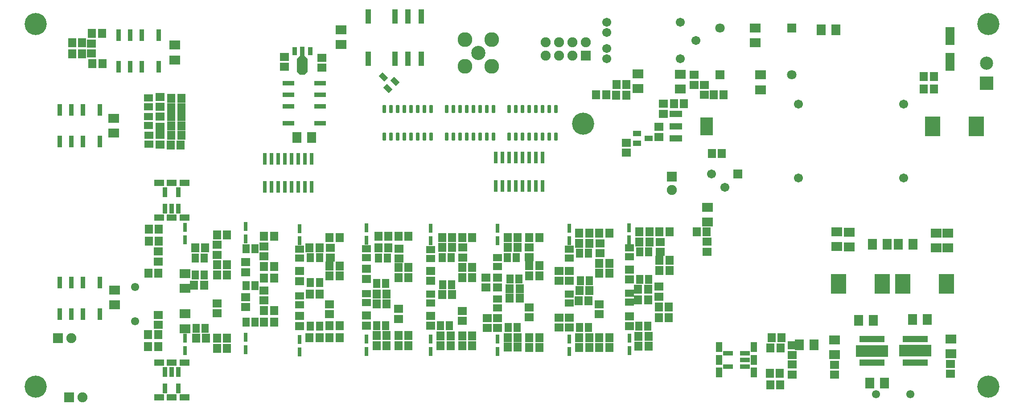
<source format=gts>
G04*
G04 #@! TF.GenerationSoftware,Altium Limited,Altium Designer,19.1.8 (144)*
G04*
G04 Layer_Color=8388736*
%FSLAX25Y25*%
%MOIN*%
G70*
G01*
G75*
%ADD17R,0.07887X0.07099*%
%ADD18R,0.04343X0.10642*%
G04:AMPARAMS|DCode=19|XSize=82.8mil|YSize=137.92mil|CornerRadius=0mil|HoleSize=0mil|Usage=FLASHONLY|Rotation=180.000|XOffset=0mil|YOffset=0mil|HoleType=Round|Shape=Octagon|*
%AMOCTAGOND19*
4,1,8,0.02070,-0.06896,-0.02070,-0.06896,-0.04140,-0.04826,-0.04140,0.04826,-0.02070,0.06896,0.02070,0.06896,0.04140,0.04826,0.04140,-0.04826,0.02070,-0.06896,0.0*
%
%ADD19OCTAGOND19*%

%ADD20R,0.03556X0.07887*%
%ADD21R,0.03556X0.06115*%
%ADD22R,0.07296X0.04737*%
%ADD23R,0.03792X0.07296*%
%ADD24R,0.05524X0.06509*%
%ADD25R,0.04737X0.07296*%
%ADD26R,0.07296X0.03792*%
%ADD27R,0.07099X0.13202*%
%ADD28R,0.02965X0.06509*%
%ADD29R,0.24422X0.08674*%
%ADD30R,0.18910X0.04737*%
%ADD31R,0.07099X0.07887*%
%ADD32R,0.11430X0.14973*%
%ADD33R,0.05918X0.06706*%
G04:AMPARAMS|DCode=34|XSize=29.65mil|YSize=57.21mil|CornerRadius=5.95mil|HoleSize=0mil|Usage=FLASHONLY|Rotation=180.000|XOffset=0mil|YOffset=0mil|HoleType=Round|Shape=RoundedRectangle|*
%AMROUNDEDRECTD34*
21,1,0.02965,0.04532,0,0,180.0*
21,1,0.01776,0.05721,0,0,180.0*
1,1,0.01190,-0.00888,0.02266*
1,1,0.01190,0.00888,0.02266*
1,1,0.01190,0.00888,-0.02266*
1,1,0.01190,-0.00888,-0.02266*
%
%ADD34ROUNDEDRECTD34*%
%ADD35R,0.03162X0.08674*%
%ADD36R,0.09265X0.04540*%
%ADD37R,0.09265X0.13595*%
G04:AMPARAMS|DCode=38|XSize=41.47mil|YSize=59.18mil|CornerRadius=0mil|HoleSize=0mil|Usage=FLASHONLY|Rotation=45.000|XOffset=0mil|YOffset=0mil|HoleType=Round|Shape=Rectangle|*
%AMROTATEDRECTD38*
4,1,4,0.00626,-0.03558,-0.03558,0.00626,-0.00626,0.03558,0.03558,-0.00626,0.00626,-0.03558,0.0*
%
%ADD38ROTATEDRECTD38*%

%ADD39R,0.05918X0.04147*%
%ADD40R,0.03556X0.08674*%
%ADD41R,0.08674X0.03556*%
%ADD42R,0.06706X0.05918*%
%ADD43R,0.06509X0.05524*%
%ADD44C,0.07493*%
%ADD45R,0.07493X0.07493*%
%ADD46C,0.06115*%
%ADD47R,0.09855X0.09855*%
%ADD48C,0.09855*%
%ADD49R,0.07493X0.07493*%
%ADD50R,0.06706X0.06706*%
%ADD51C,0.06706*%
%ADD52C,0.07099*%
%ADD53R,0.07099X0.07099*%
%ADD54C,0.10642*%
%ADD55C,0.11036*%
%ADD56C,0.16548*%
D17*
X123750Y-232987D02*
D03*
Y-244010D02*
D03*
Y-202766D02*
D03*
Y-213790D02*
D03*
X514140Y-164166D02*
D03*
Y-153143D02*
D03*
X70247Y-86565D02*
D03*
Y-97588D02*
D03*
X696324Y-262762D02*
D03*
Y-251738D02*
D03*
X462408Y-64273D02*
D03*
Y-53250D02*
D03*
X549957Y-18728D02*
D03*
Y-29752D02*
D03*
X609363Y-252489D02*
D03*
Y-263512D02*
D03*
X70937Y-226046D02*
D03*
Y-215023D02*
D03*
X693926Y-172554D02*
D03*
Y-183578D02*
D03*
X554095Y-53978D02*
D03*
Y-65002D02*
D03*
X611099Y-171442D02*
D03*
Y-182466D02*
D03*
X493907Y-53454D02*
D03*
Y-64478D02*
D03*
X115830Y-42675D02*
D03*
Y-31651D02*
D03*
X685463Y-172491D02*
D03*
Y-183514D02*
D03*
X620208Y-171684D02*
D03*
Y-182708D02*
D03*
X240252Y-20012D02*
D03*
Y-31036D02*
D03*
D18*
X260765Y-41787D02*
D03*
X280765D02*
D03*
X290253D02*
D03*
X300253D02*
D03*
Y-10291D02*
D03*
X290253D02*
D03*
X280765D02*
D03*
X260765D02*
D03*
D19*
X211405Y-46925D02*
D03*
D20*
X211405Y-36886D02*
D03*
D21*
X217311Y-36000D02*
D03*
X205500D02*
D03*
D22*
X104301Y-160929D02*
D03*
X113750D02*
D03*
X123199D02*
D03*
Y-134945D02*
D03*
X113750D02*
D03*
X104301D02*
D03*
X123199Y-269631D02*
D03*
X113750D02*
D03*
X104301D02*
D03*
Y-295615D02*
D03*
X113750D02*
D03*
X123199D02*
D03*
D23*
X113750Y-154197D02*
D03*
X108750D02*
D03*
Y-141677D02*
D03*
X118750D02*
D03*
Y-154197D02*
D03*
X113750Y-276363D02*
D03*
X118750D02*
D03*
Y-288883D02*
D03*
X108750D02*
D03*
Y-276363D02*
D03*
D24*
X470276Y-186662D02*
D03*
X463584D02*
D03*
X364719Y-190670D02*
D03*
X371411D02*
D03*
X316000Y-190689D02*
D03*
X322693D02*
D03*
X217451Y-190831D02*
D03*
X224144D02*
D03*
X131358Y-203750D02*
D03*
X138051D02*
D03*
X131432Y-191050D02*
D03*
X138125D02*
D03*
X463584Y-207287D02*
D03*
X470276D02*
D03*
X462959Y-242287D02*
D03*
X469652D02*
D03*
X366492Y-206760D02*
D03*
X373185D02*
D03*
X316364Y-211009D02*
D03*
X323057D02*
D03*
X365242Y-243330D02*
D03*
X371935D02*
D03*
X314591Y-241939D02*
D03*
X321284D02*
D03*
X217451Y-209581D02*
D03*
X224144D02*
D03*
X217451Y-242081D02*
D03*
X224144D02*
D03*
X132057Y-243750D02*
D03*
X138750D02*
D03*
X418576Y-187565D02*
D03*
X425269D02*
D03*
X268151Y-191264D02*
D03*
X274844D02*
D03*
X419201Y-208190D02*
D03*
X425894D02*
D03*
X418576Y-243190D02*
D03*
X425269D02*
D03*
X266821Y-210258D02*
D03*
X273514D02*
D03*
X266821Y-241711D02*
D03*
X273514D02*
D03*
X169194Y-184239D02*
D03*
X175887D02*
D03*
X169194Y-211739D02*
D03*
X175887D02*
D03*
X169194Y-239239D02*
D03*
X175887D02*
D03*
D25*
X548923Y-276830D02*
D03*
Y-267381D02*
D03*
Y-257932D02*
D03*
X522939D02*
D03*
Y-267381D02*
D03*
Y-276830D02*
D03*
D26*
X542191Y-267381D02*
D03*
Y-272381D02*
D03*
X529671D02*
D03*
Y-262381D02*
D03*
X542191D02*
D03*
D27*
X695752Y-44162D02*
D03*
Y-24870D02*
D03*
D28*
X410894Y-178142D02*
D03*
Y-168891D02*
D03*
X123750Y-260551D02*
D03*
Y-251299D02*
D03*
Y-168200D02*
D03*
Y-177452D02*
D03*
X455902Y-260338D02*
D03*
Y-251086D02*
D03*
X455500Y-168374D02*
D03*
Y-177626D02*
D03*
X410894Y-261241D02*
D03*
Y-251989D02*
D03*
X357298Y-261221D02*
D03*
Y-251969D02*
D03*
Y-168870D02*
D03*
Y-178122D02*
D03*
X307170Y-261241D02*
D03*
Y-251989D02*
D03*
Y-168890D02*
D03*
Y-178142D02*
D03*
X259401Y-261013D02*
D03*
Y-251761D02*
D03*
Y-168662D02*
D03*
Y-177914D02*
D03*
X209144Y-261382D02*
D03*
Y-252130D02*
D03*
Y-169032D02*
D03*
Y-178284D02*
D03*
X169012Y-259790D02*
D03*
Y-250539D02*
D03*
Y-167440D02*
D03*
Y-176692D02*
D03*
D29*
X637211Y-260798D02*
D03*
X669592Y-260641D02*
D03*
D30*
X637211Y-269657D02*
D03*
Y-251940D02*
D03*
X669592Y-251783D02*
D03*
Y-269500D02*
D03*
D31*
X635660Y-284980D02*
D03*
X646683D02*
D03*
X627189Y-237681D02*
D03*
X638213D02*
D03*
X594002Y-256235D02*
D03*
X582978D02*
D03*
X637551Y-180753D02*
D03*
X648574D02*
D03*
X667685Y-237187D02*
D03*
X678709D02*
D03*
X599184Y-20264D02*
D03*
X610207D02*
D03*
X207167Y-100815D02*
D03*
X218191D02*
D03*
X668074Y-180699D02*
D03*
X657050D02*
D03*
D32*
X612450Y-210613D02*
D03*
X645127D02*
D03*
X682616Y-92444D02*
D03*
X715293D02*
D03*
X693104Y-210594D02*
D03*
X660427D02*
D03*
D33*
X496740Y-75500D02*
D03*
X489260D02*
D03*
X147520Y-196250D02*
D03*
X155000D02*
D03*
X266971Y-225500D02*
D03*
X274452D02*
D03*
X513740Y-171500D02*
D03*
X506260D02*
D03*
X46712Y-38072D02*
D03*
X39232D02*
D03*
X46672Y-29978D02*
D03*
X39191D02*
D03*
X147520Y-173750D02*
D03*
X155000D02*
D03*
X268170Y-183587D02*
D03*
X275651D02*
D03*
X266971Y-218000D02*
D03*
X274452D02*
D03*
X266920Y-249211D02*
D03*
X274401D02*
D03*
X283171Y-174836D02*
D03*
X290651D02*
D03*
X182782Y-174864D02*
D03*
X190262D02*
D03*
X526469Y-68987D02*
D03*
X518989D02*
D03*
X524974Y-112890D02*
D03*
X517494D02*
D03*
X433414Y-172565D02*
D03*
X440894D02*
D03*
X463421Y-171662D02*
D03*
X470902D02*
D03*
X462796Y-257287D02*
D03*
X470276D02*
D03*
X462471Y-222500D02*
D03*
X469952D02*
D03*
X462796Y-249787D02*
D03*
X470276D02*
D03*
X477974Y-227975D02*
D03*
X485454D02*
D03*
X478421Y-192912D02*
D03*
X485902D02*
D03*
X418414Y-250690D02*
D03*
X425894D02*
D03*
X433414D02*
D03*
X440894D02*
D03*
X433414Y-258190D02*
D03*
X440894D02*
D03*
X433414Y-195065D02*
D03*
X440894D02*
D03*
X364818Y-257966D02*
D03*
X372298D02*
D03*
X366471Y-221000D02*
D03*
X373952D02*
D03*
X364818Y-250830D02*
D03*
X372298D02*
D03*
X314689Y-256939D02*
D03*
X322170D02*
D03*
X315920Y-218509D02*
D03*
X323400D02*
D03*
X330939Y-256939D02*
D03*
X338420D02*
D03*
X330939Y-198189D02*
D03*
X338420D02*
D03*
X283171Y-256711D02*
D03*
X290651D02*
D03*
X283171Y-198223D02*
D03*
X290651D02*
D03*
X216663Y-250831D02*
D03*
X224144D02*
D03*
X216971Y-218000D02*
D03*
X224452D02*
D03*
X182782Y-230489D02*
D03*
X190262D02*
D03*
X182782Y-197364D02*
D03*
X190262D02*
D03*
X112971Y-106500D02*
D03*
X120452D02*
D03*
X113471Y-78500D02*
D03*
X120952D02*
D03*
X113471Y-71500D02*
D03*
X120952D02*
D03*
X104029Y-169500D02*
D03*
X96548D02*
D03*
X103529Y-257500D02*
D03*
X96048D02*
D03*
X131895Y-251250D02*
D03*
X139375D02*
D03*
X683529Y-55000D02*
D03*
X676048D02*
D03*
X683529Y-64500D02*
D03*
X676048D02*
D03*
X438491Y-68901D02*
D03*
X431010D02*
D03*
X478421Y-171662D02*
D03*
X485902D02*
D03*
X463421Y-179162D02*
D03*
X470902D02*
D03*
X418414Y-180065D02*
D03*
X425894D02*
D03*
X462471Y-214500D02*
D03*
X469952D02*
D03*
X478421Y-200412D02*
D03*
X485902D02*
D03*
X418520Y-215500D02*
D03*
X426000D02*
D03*
X433414Y-202565D02*
D03*
X440894D02*
D03*
X477885Y-235830D02*
D03*
X485365D02*
D03*
X364818Y-175670D02*
D03*
X372298D02*
D03*
X364818Y-183170D02*
D03*
X372298D02*
D03*
X315939Y-175689D02*
D03*
X323420D02*
D03*
X315939Y-183189D02*
D03*
X323420D02*
D03*
X366471Y-214000D02*
D03*
X373952D02*
D03*
X330939Y-205689D02*
D03*
X338420D02*
D03*
X283171Y-205723D02*
D03*
X290651D02*
D03*
X314689Y-249439D02*
D03*
X322170D02*
D03*
X330939D02*
D03*
X338420D02*
D03*
X283171Y-249211D02*
D03*
X290651D02*
D03*
X216663Y-183331D02*
D03*
X224144D02*
D03*
X182782Y-206114D02*
D03*
X190262D02*
D03*
X182782Y-239239D02*
D03*
X190262D02*
D03*
X113471Y-92000D02*
D03*
X120952D02*
D03*
X113471Y-99000D02*
D03*
X120952D02*
D03*
X113471Y-85000D02*
D03*
X120952D02*
D03*
X104029Y-178500D02*
D03*
X96548D02*
D03*
X131270Y-183550D02*
D03*
X138750D02*
D03*
X103731Y-202500D02*
D03*
X96250D02*
D03*
X130471Y-211500D02*
D03*
X137952D02*
D03*
X103529Y-248500D02*
D03*
X96048D02*
D03*
X268170Y-174836D02*
D03*
X275651D02*
D03*
X568678Y-286021D02*
D03*
X561198D02*
D03*
X569679Y-250878D02*
D03*
X562199D02*
D03*
X561471Y-258500D02*
D03*
X568952D02*
D03*
X446048Y-69063D02*
D03*
X453528D02*
D03*
X418414Y-172565D02*
D03*
X425894D02*
D03*
X418414Y-258190D02*
D03*
X425894D02*
D03*
X417971Y-223000D02*
D03*
X425452D02*
D03*
X381068Y-250830D02*
D03*
X388548D02*
D03*
X381068Y-258330D02*
D03*
X388548D02*
D03*
X381068Y-196920D02*
D03*
X388548D02*
D03*
X266920Y-256711D02*
D03*
X274401D02*
D03*
X231663Y-250831D02*
D03*
X239144D02*
D03*
X231663Y-197081D02*
D03*
X239144D02*
D03*
X147520Y-258750D02*
D03*
X155000D02*
D03*
X147520Y-251250D02*
D03*
X155000D02*
D03*
X61865Y-45529D02*
D03*
X54385D02*
D03*
X54042Y-22920D02*
D03*
X61523D02*
D03*
X560971Y-277500D02*
D03*
X568452D02*
D03*
X453686Y-61154D02*
D03*
X446206D02*
D03*
X381068Y-175670D02*
D03*
X388548D02*
D03*
X381068Y-204420D02*
D03*
X388548D02*
D03*
X330940Y-175689D02*
D03*
X338420D02*
D03*
X231663Y-175831D02*
D03*
X239144D02*
D03*
X231663Y-204581D02*
D03*
X239144D02*
D03*
X231663Y-241717D02*
D03*
X239144D02*
D03*
X147520Y-203750D02*
D03*
X155000D02*
D03*
D34*
X365815Y-100071D02*
D03*
X370815D02*
D03*
X375815D02*
D03*
X380815D02*
D03*
X385815D02*
D03*
X390815D02*
D03*
X395815D02*
D03*
X400815D02*
D03*
X365815Y-79402D02*
D03*
X370815D02*
D03*
X375815D02*
D03*
X380815D02*
D03*
X385815D02*
D03*
X390815D02*
D03*
X395815D02*
D03*
X400815D02*
D03*
X307788D02*
D03*
X302788D02*
D03*
X297788D02*
D03*
X292788D02*
D03*
X287788D02*
D03*
X282788D02*
D03*
X277788D02*
D03*
X272788D02*
D03*
X307788Y-100071D02*
D03*
X302788D02*
D03*
X297788D02*
D03*
X292788D02*
D03*
X287788D02*
D03*
X282788D02*
D03*
X277788D02*
D03*
X272788D02*
D03*
X354263Y-79402D02*
D03*
X349263D02*
D03*
X344263D02*
D03*
X339263D02*
D03*
X334263D02*
D03*
X329263D02*
D03*
X324263D02*
D03*
X319263D02*
D03*
X354263Y-100071D02*
D03*
X349263D02*
D03*
X344263D02*
D03*
X339263D02*
D03*
X334263D02*
D03*
X329263D02*
D03*
X324263D02*
D03*
X319263D02*
D03*
D35*
X391103Y-115781D02*
D03*
X386103D02*
D03*
X381103D02*
D03*
X376103D02*
D03*
X371103D02*
D03*
X366103D02*
D03*
X361103D02*
D03*
X356103D02*
D03*
Y-137041D02*
D03*
X361103D02*
D03*
X366103D02*
D03*
X371103D02*
D03*
X376103D02*
D03*
X381103D02*
D03*
X386103D02*
D03*
X391103D02*
D03*
X218289Y-137994D02*
D03*
X213289D02*
D03*
X208289D02*
D03*
X203289D02*
D03*
X198289D02*
D03*
X193289D02*
D03*
X188289D02*
D03*
X183289D02*
D03*
Y-116734D02*
D03*
X188289D02*
D03*
X193289D02*
D03*
X198289D02*
D03*
X203289D02*
D03*
X208289D02*
D03*
X213289D02*
D03*
X218289D02*
D03*
D36*
X490645Y-83319D02*
D03*
Y-92374D02*
D03*
Y-101429D02*
D03*
D37*
X513480Y-92374D02*
D03*
D38*
X275418Y-64207D02*
D03*
X280707Y-58918D02*
D03*
X271938Y-55438D02*
D03*
D39*
X470331Y-101500D02*
D03*
X461669Y-105240D02*
D03*
X461669Y-97760D02*
D03*
D40*
X60027Y-103836D02*
D03*
X47428D02*
D03*
X38767D02*
D03*
X30106D02*
D03*
Y-80214D02*
D03*
X38767D02*
D03*
X47428D02*
D03*
X60027D02*
D03*
X60008Y-233277D02*
D03*
X47409D02*
D03*
X38748D02*
D03*
X30087D02*
D03*
Y-209655D02*
D03*
X38748D02*
D03*
X47409D02*
D03*
X60008D02*
D03*
X103837Y-47750D02*
D03*
X91239D02*
D03*
X82578D02*
D03*
X73916D02*
D03*
Y-24128D02*
D03*
X82578D02*
D03*
X91239D02*
D03*
X103837D02*
D03*
D41*
X200960Y-90055D02*
D03*
Y-77456D02*
D03*
Y-68795D02*
D03*
Y-60133D02*
D03*
X224582D02*
D03*
Y-68795D02*
D03*
Y-77456D02*
D03*
Y-90055D02*
D03*
D42*
X105000Y-70471D02*
D03*
Y-77952D02*
D03*
X433394Y-233170D02*
D03*
Y-225690D02*
D03*
X410894Y-200709D02*
D03*
Y-208190D02*
D03*
X381048Y-235650D02*
D03*
Y-228170D02*
D03*
X283606Y-191590D02*
D03*
Y-184110D02*
D03*
X357298Y-236053D02*
D03*
Y-243533D02*
D03*
X198000Y-40471D02*
D03*
Y-47952D02*
D03*
X226000Y-48529D02*
D03*
Y-41048D02*
D03*
X169012Y-220509D02*
D03*
Y-227989D02*
D03*
Y-194259D02*
D03*
Y-201739D02*
D03*
X104990Y-98760D02*
D03*
Y-106240D02*
D03*
X103750Y-193730D02*
D03*
Y-186250D02*
D03*
X695925Y-270467D02*
D03*
Y-277947D02*
D03*
X609435Y-271147D02*
D03*
Y-278628D02*
D03*
X433849Y-187545D02*
D03*
Y-180065D02*
D03*
X403394Y-200709D02*
D03*
Y-208190D02*
D03*
Y-235710D02*
D03*
Y-243190D02*
D03*
X410894Y-235710D02*
D03*
Y-243190D02*
D03*
X348548Y-205689D02*
D03*
Y-213170D02*
D03*
X357298Y-205689D02*
D03*
Y-213170D02*
D03*
X283151Y-236692D02*
D03*
Y-229211D02*
D03*
X349798Y-236053D02*
D03*
Y-243533D02*
D03*
X182762Y-189845D02*
D03*
Y-182364D02*
D03*
X259401Y-199231D02*
D03*
Y-206711D02*
D03*
Y-234231D02*
D03*
Y-241711D02*
D03*
X105000Y-85260D02*
D03*
Y-92740D02*
D03*
X103750Y-241230D02*
D03*
Y-233750D02*
D03*
X504458Y-53952D02*
D03*
Y-61432D02*
D03*
X381048Y-190650D02*
D03*
Y-183170D02*
D03*
X331375Y-190670D02*
D03*
Y-183189D02*
D03*
X232144Y-190811D02*
D03*
Y-183331D02*
D03*
X577558Y-270930D02*
D03*
Y-278410D02*
D03*
X577570Y-256407D02*
D03*
Y-263887D02*
D03*
X481331Y-75617D02*
D03*
Y-83097D02*
D03*
X477969Y-100408D02*
D03*
Y-92928D02*
D03*
X453776Y-112329D02*
D03*
Y-104849D02*
D03*
X231644Y-233311D02*
D03*
Y-225831D02*
D03*
X182762Y-222867D02*
D03*
Y-215387D02*
D03*
X147500Y-232480D02*
D03*
Y-225000D02*
D03*
X512116Y-68941D02*
D03*
Y-61461D02*
D03*
X514075Y-186352D02*
D03*
Y-178871D02*
D03*
X478952Y-186642D02*
D03*
Y-179162D02*
D03*
X478047Y-220040D02*
D03*
Y-212560D02*
D03*
X455991Y-199806D02*
D03*
Y-207287D02*
D03*
X455902Y-234806D02*
D03*
Y-242287D02*
D03*
X330920Y-238170D02*
D03*
Y-230689D02*
D03*
X307170Y-200709D02*
D03*
Y-208189D02*
D03*
Y-234459D02*
D03*
Y-241939D02*
D03*
X209144Y-200850D02*
D03*
Y-208331D02*
D03*
Y-234600D02*
D03*
Y-242081D02*
D03*
X147500Y-188730D02*
D03*
Y-181250D02*
D03*
X53798Y-37916D02*
D03*
Y-30436D02*
D03*
D43*
X410894Y-224942D02*
D03*
Y-218249D02*
D03*
Y-191192D02*
D03*
Y-184499D02*
D03*
X259401Y-224654D02*
D03*
Y-217961D02*
D03*
Y-190904D02*
D03*
Y-184211D02*
D03*
X455902Y-224039D02*
D03*
Y-217346D02*
D03*
X357298Y-228613D02*
D03*
Y-221920D02*
D03*
Y-197363D02*
D03*
Y-190670D02*
D03*
X307170Y-224882D02*
D03*
Y-218189D02*
D03*
Y-191496D02*
D03*
Y-184803D02*
D03*
X209144Y-226274D02*
D03*
Y-219581D02*
D03*
Y-191274D02*
D03*
Y-184581D02*
D03*
X96653Y-105847D02*
D03*
Y-99154D02*
D03*
X96250Y-77943D02*
D03*
Y-71250D02*
D03*
X455902Y-190289D02*
D03*
Y-183596D02*
D03*
X96250Y-91693D02*
D03*
Y-85000D02*
D03*
D44*
X38500Y-251000D02*
D03*
X487571Y-140296D02*
D03*
X47126Y-295394D02*
D03*
X423196Y-29358D02*
D03*
X413196Y-39358D02*
D03*
Y-29358D02*
D03*
X403196Y-39358D02*
D03*
Y-29358D02*
D03*
X393196Y-39358D02*
D03*
Y-29358D02*
D03*
D45*
X28500Y-251000D02*
D03*
X37126Y-295394D02*
D03*
X423196Y-39358D02*
D03*
D46*
X86250Y-212866D02*
D03*
Y-238457D02*
D03*
X640346Y-293307D02*
D03*
X665936D02*
D03*
D47*
X723025Y-60011D02*
D03*
D48*
Y-45011D02*
D03*
D49*
X487571Y-130296D02*
D03*
D50*
X537089Y-128325D02*
D03*
D51*
X527247Y-138167D02*
D03*
X517404Y-128325D02*
D03*
X438843Y-41940D02*
D03*
X505772Y-28161D02*
D03*
X493961Y-41940D02*
D03*
X438843Y-14381D02*
D03*
X493961D02*
D03*
X438843Y-22255D02*
D03*
Y-34066D02*
D03*
X582209Y-131111D02*
D03*
Y-75993D02*
D03*
X660950Y-131111D02*
D03*
Y-75993D02*
D03*
D52*
X523573Y-18774D02*
D03*
X577378Y-53800D02*
D03*
D53*
X523573Y-53774D02*
D03*
X577378Y-18800D02*
D03*
D54*
X342857Y-37634D02*
D03*
D55*
X352857Y-47634D02*
D03*
X332857D02*
D03*
Y-27634D02*
D03*
X352857D02*
D03*
D56*
X724409Y-15748D02*
D03*
Y-287402D02*
D03*
X11811Y-15748D02*
D03*
Y-287402D02*
D03*
X421260Y-90551D02*
D03*
M02*

</source>
